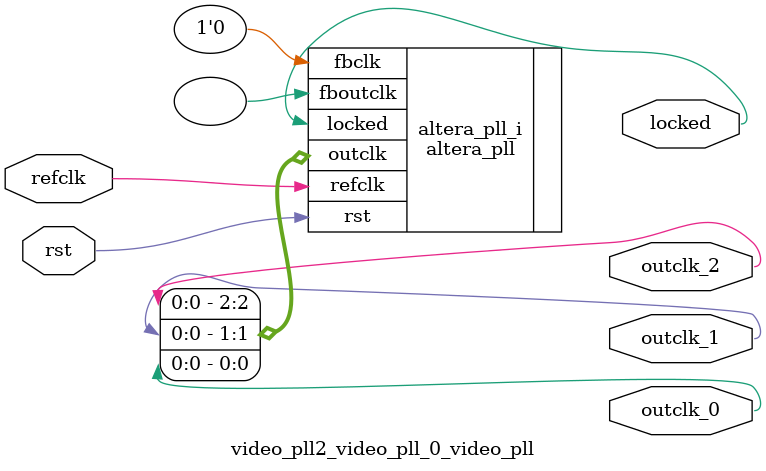
<source format=v>
`timescale 1ns/10ps
module  video_pll2_video_pll_0_video_pll(

	// interface 'refclk'
	input wire refclk,

	// interface 'reset'
	input wire rst,

	// interface 'outclk0'
	output wire outclk_0,

	// interface 'outclk1'
	output wire outclk_1,

	// interface 'outclk2'
	output wire outclk_2,

	// interface 'locked'
	output wire locked
);

	altera_pll #(
		.fractional_vco_multiplier("false"),
		.reference_clock_frequency("50.0 MHz"),
		.operation_mode("direct"),
		.number_of_clocks(3),
		.output_clock_frequency0("20.000000 MHz"),
		.phase_shift0("0 ps"),
		.duty_cycle0(50),
		.output_clock_frequency1("25.000000 MHz"),
		.phase_shift1("0 ps"),
		.duty_cycle1(50),
		.output_clock_frequency2("33.333333 MHz"),
		.phase_shift2("0 ps"),
		.duty_cycle2(50),
		.output_clock_frequency3("0 MHz"),
		.phase_shift3("0 ps"),
		.duty_cycle3(50),
		.output_clock_frequency4("0 MHz"),
		.phase_shift4("0 ps"),
		.duty_cycle4(50),
		.output_clock_frequency5("0 MHz"),
		.phase_shift5("0 ps"),
		.duty_cycle5(50),
		.output_clock_frequency6("0 MHz"),
		.phase_shift6("0 ps"),
		.duty_cycle6(50),
		.output_clock_frequency7("0 MHz"),
		.phase_shift7("0 ps"),
		.duty_cycle7(50),
		.output_clock_frequency8("0 MHz"),
		.phase_shift8("0 ps"),
		.duty_cycle8(50),
		.output_clock_frequency9("0 MHz"),
		.phase_shift9("0 ps"),
		.duty_cycle9(50),
		.output_clock_frequency10("0 MHz"),
		.phase_shift10("0 ps"),
		.duty_cycle10(50),
		.output_clock_frequency11("0 MHz"),
		.phase_shift11("0 ps"),
		.duty_cycle11(50),
		.output_clock_frequency12("0 MHz"),
		.phase_shift12("0 ps"),
		.duty_cycle12(50),
		.output_clock_frequency13("0 MHz"),
		.phase_shift13("0 ps"),
		.duty_cycle13(50),
		.output_clock_frequency14("0 MHz"),
		.phase_shift14("0 ps"),
		.duty_cycle14(50),
		.output_clock_frequency15("0 MHz"),
		.phase_shift15("0 ps"),
		.duty_cycle15(50),
		.output_clock_frequency16("0 MHz"),
		.phase_shift16("0 ps"),
		.duty_cycle16(50),
		.output_clock_frequency17("0 MHz"),
		.phase_shift17("0 ps"),
		.duty_cycle17(50),
		.pll_type("General"),
		.pll_subtype("General")
	) altera_pll_i (
		.rst	(rst),
		.outclk	({outclk_2, outclk_1, outclk_0}),
		.locked	(locked),
		.fboutclk	( ),
		.fbclk	(1'b0),
		.refclk	(refclk)
	);
endmodule


</source>
